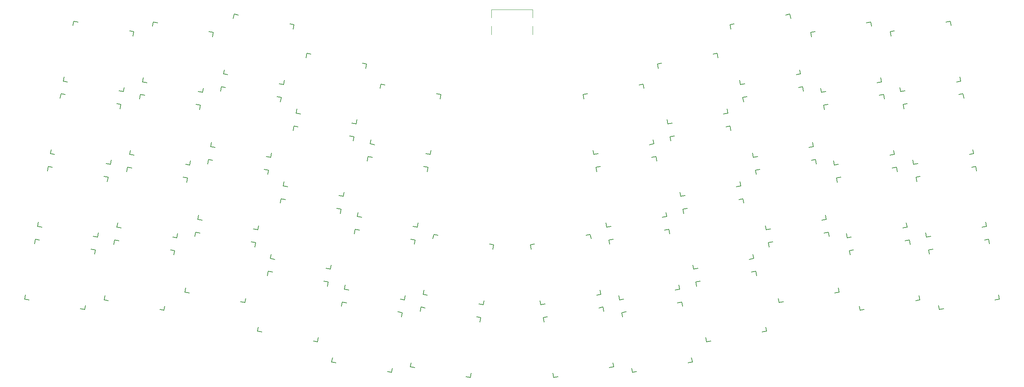
<source format=gbr>
%TF.GenerationSoftware,KiCad,Pcbnew,(5.1.10)-1*%
%TF.CreationDate,2021-10-03T17:33:34-06:00*%
%TF.ProjectId,VColMX44,56436f6c-4d58-4343-942e-6b696361645f,rev?*%
%TF.SameCoordinates,Original*%
%TF.FileFunction,Legend,Top*%
%TF.FilePolarity,Positive*%
%FSLAX46Y46*%
G04 Gerber Fmt 4.6, Leading zero omitted, Abs format (unit mm)*
G04 Created by KiCad (PCBNEW (5.1.10)-1) date 2021-10-03 17:33:34*
%MOMM*%
%LPD*%
G01*
G04 APERTURE LIST*
%ADD10C,0.120000*%
%ADD11C,0.150000*%
G04 APERTURE END LIST*
D10*
%TO.C,J1*%
X154700000Y-62000000D02*
X154700000Y-60100000D01*
X154700000Y-65900000D02*
X154700000Y-63900000D01*
X145300000Y-62000000D02*
X145300000Y-60100000D01*
X145300000Y-65900000D02*
X145300000Y-63900000D01*
X154700000Y-60100000D02*
X145300000Y-60100000D01*
D11*
%TO.C,U30*%
X189483457Y-107107691D02*
X189309808Y-106122883D01*
X191740883Y-119910192D02*
X192725691Y-119736543D01*
X190294616Y-105949235D02*
X189309808Y-106122883D01*
X191740883Y-119910192D02*
X191567235Y-118925384D01*
X205354543Y-116494309D02*
X205528192Y-117479117D01*
X205528192Y-117479117D02*
X204543384Y-117652765D01*
X204543384Y-117652765D02*
X205528192Y-117479117D01*
X203097117Y-103691808D02*
X203270765Y-104676616D01*
X203097117Y-103691808D02*
X202112309Y-103865457D01*
%TO.C,U41*%
X192435457Y-123849691D02*
X192261808Y-122864883D01*
X194692883Y-136652192D02*
X195677691Y-136478543D01*
X193246616Y-122691235D02*
X192261808Y-122864883D01*
X194692883Y-136652192D02*
X194519235Y-135667384D01*
X208306543Y-133236309D02*
X208480192Y-134221117D01*
X208480192Y-134221117D02*
X207495384Y-134394765D01*
X207495384Y-134394765D02*
X208480192Y-134221117D01*
X206049117Y-120433808D02*
X206222765Y-121418616D01*
X206049117Y-120433808D02*
X205064309Y-120607457D01*
%TO.C,U19*%
X186531457Y-90366491D02*
X186357808Y-89381683D01*
X188788883Y-103168992D02*
X189773691Y-102995343D01*
X187342616Y-89208035D02*
X186357808Y-89381683D01*
X188788883Y-103168992D02*
X188615235Y-102184184D01*
X202402543Y-99753109D02*
X202576192Y-100737917D01*
X202576192Y-100737917D02*
X201591384Y-100911565D01*
X201591384Y-100911565D02*
X202576192Y-100737917D01*
X200145117Y-86950608D02*
X200318765Y-87935416D01*
X200145117Y-86950608D02*
X199160309Y-87124257D01*
%TO.C,U8*%
X183579457Y-73624691D02*
X183405808Y-72639883D01*
X185836883Y-86427192D02*
X186821691Y-86253543D01*
X184390616Y-72466235D02*
X183405808Y-72639883D01*
X185836883Y-86427192D02*
X185663235Y-85442384D01*
X199450543Y-83011309D02*
X199624192Y-83996117D01*
X199624192Y-83996117D02*
X198639384Y-84169765D01*
X198639384Y-84169765D02*
X199624192Y-83996117D01*
X197193117Y-70208808D02*
X197366765Y-71193616D01*
X197193117Y-70208808D02*
X196208309Y-70382457D01*
%TO.C,U40*%
X175403457Y-130914691D02*
X175229808Y-129929883D01*
X177660883Y-143717192D02*
X178645691Y-143543543D01*
X176214616Y-129756235D02*
X175229808Y-129929883D01*
X177660883Y-143717192D02*
X177487235Y-142732384D01*
X191274543Y-140301309D02*
X191448192Y-141286117D01*
X191448192Y-141286117D02*
X190463384Y-141459765D01*
X190463384Y-141459765D02*
X191448192Y-141286117D01*
X189017117Y-127498808D02*
X189190765Y-128483616D01*
X189017117Y-127498808D02*
X188032309Y-127672457D01*
%TO.C,U29*%
X172451457Y-114172691D02*
X172277808Y-113187883D01*
X174708883Y-126975192D02*
X175693691Y-126801543D01*
X173262616Y-113014235D02*
X172277808Y-113187883D01*
X174708883Y-126975192D02*
X174535235Y-125990384D01*
X188322543Y-123559309D02*
X188496192Y-124544117D01*
X188496192Y-124544117D02*
X187511384Y-124717765D01*
X187511384Y-124717765D02*
X188496192Y-124544117D01*
X186065117Y-110756808D02*
X186238765Y-111741616D01*
X186065117Y-110756808D02*
X185080309Y-110930457D01*
%TO.C,U28*%
X154377457Y-115328691D02*
X154203808Y-114343883D01*
X156634883Y-128131192D02*
X157619691Y-127957543D01*
X155188616Y-114170235D02*
X154203808Y-114343883D01*
X156634883Y-128131192D02*
X156461235Y-127146384D01*
X170248543Y-124715309D02*
X170422192Y-125700117D01*
X170422192Y-125700117D02*
X169437384Y-125873765D01*
X169437384Y-125873765D02*
X170422192Y-125700117D01*
X167991117Y-111912808D02*
X168164765Y-112897616D01*
X167991117Y-111912808D02*
X167006309Y-112086457D01*
%TO.C,U39*%
X157329457Y-132070691D02*
X157155808Y-131085883D01*
X159586883Y-144873192D02*
X160571691Y-144699543D01*
X158140616Y-130912235D02*
X157155808Y-131085883D01*
X159586883Y-144873192D02*
X159413235Y-143888384D01*
X173200543Y-141457309D02*
X173374192Y-142442117D01*
X173374192Y-142442117D02*
X172389384Y-142615765D01*
X172389384Y-142615765D02*
X173374192Y-142442117D01*
X170943117Y-128654808D02*
X171116765Y-129639616D01*
X170943117Y-128654808D02*
X169958309Y-128828457D01*
%TO.C,U2*%
X67353635Y-63957516D02*
X67527283Y-62972708D01*
X65096208Y-76760017D02*
X66081016Y-76933665D01*
X68512091Y-63146357D02*
X67527283Y-62972708D01*
X65096208Y-76760017D02*
X65269857Y-75775209D01*
X79057165Y-78206284D02*
X78883517Y-79191092D01*
X78883517Y-79191092D02*
X77898709Y-79017443D01*
X77898709Y-79017443D02*
X78883517Y-79191092D01*
X81314592Y-65403783D02*
X81140943Y-66388591D01*
X81314592Y-65403783D02*
X80329784Y-65230135D01*
%TO.C,U1*%
X49106235Y-63786216D02*
X49279883Y-62801408D01*
X46848808Y-76588717D02*
X47833616Y-76762365D01*
X50264691Y-62975057D02*
X49279883Y-62801408D01*
X46848808Y-76588717D02*
X47022457Y-75603909D01*
X60809765Y-78034984D02*
X60636117Y-79019792D01*
X60636117Y-79019792D02*
X59651309Y-78846143D01*
X59651309Y-78846143D02*
X60636117Y-79019792D01*
X63067192Y-65232483D02*
X62893543Y-66217291D01*
X63067192Y-65232483D02*
X62082384Y-65058835D01*
%TO.C,U44*%
X245962457Y-116442691D02*
X245788808Y-115457883D01*
X248219883Y-129245192D02*
X249204691Y-129071543D01*
X246773616Y-115284235D02*
X245788808Y-115457883D01*
X248219883Y-129245192D02*
X248046235Y-128260384D01*
X261833543Y-125829309D02*
X262007192Y-126814117D01*
X262007192Y-126814117D02*
X261022384Y-126987765D01*
X261022384Y-126987765D02*
X262007192Y-126814117D01*
X259576117Y-113026808D02*
X259749765Y-114011616D01*
X259576117Y-113026808D02*
X258591309Y-113200457D01*
%TO.C,U43*%
X227715457Y-116613691D02*
X227541808Y-115628883D01*
X229972883Y-129416192D02*
X230957691Y-129242543D01*
X228526616Y-115455235D02*
X227541808Y-115628883D01*
X229972883Y-129416192D02*
X229799235Y-128431384D01*
X243586543Y-126000309D02*
X243760192Y-126985117D01*
X243760192Y-126985117D02*
X242775384Y-127158765D01*
X242775384Y-127158765D02*
X243760192Y-126985117D01*
X241329117Y-113197808D02*
X241502765Y-114182616D01*
X241329117Y-113197808D02*
X240344309Y-113371457D01*
%TO.C,U42*%
X209120457Y-114815691D02*
X208946808Y-113830883D01*
X211377883Y-127618192D02*
X212362691Y-127444543D01*
X209931616Y-113657235D02*
X208946808Y-113830883D01*
X211377883Y-127618192D02*
X211204235Y-126633384D01*
X224991543Y-124202309D02*
X225165192Y-125187117D01*
X225165192Y-125187117D02*
X224180384Y-125360765D01*
X224180384Y-125360765D02*
X225165192Y-125187117D01*
X222734117Y-111399808D02*
X222907765Y-112384616D01*
X222734117Y-111399808D02*
X221749309Y-111573457D01*
%TO.C,U38*%
X110809235Y-128483616D02*
X110982883Y-127498808D01*
X108551808Y-141286117D02*
X109536616Y-141459765D01*
X111967691Y-127672457D02*
X110982883Y-127498808D01*
X108551808Y-141286117D02*
X108725457Y-140301309D01*
X122512765Y-142732384D02*
X122339117Y-143717192D01*
X122339117Y-143717192D02*
X121354309Y-143543543D01*
X121354309Y-143543543D02*
X122339117Y-143717192D01*
X124770192Y-129929883D02*
X124596543Y-130914691D01*
X124770192Y-129929883D02*
X123785384Y-129756235D01*
%TO.C,U37*%
X93777035Y-121418616D02*
X93950683Y-120433808D01*
X91519608Y-134221117D02*
X92504416Y-134394765D01*
X94935491Y-120607457D02*
X93950683Y-120433808D01*
X91519608Y-134221117D02*
X91693257Y-133236309D01*
X105480565Y-135667384D02*
X105306917Y-136652192D01*
X105306917Y-136652192D02*
X104322109Y-136478543D01*
X104322109Y-136478543D02*
X105306917Y-136652192D01*
X107737992Y-122864883D02*
X107564343Y-123849691D01*
X107737992Y-122864883D02*
X106753184Y-122691235D01*
%TO.C,U36*%
X77092435Y-112384616D02*
X77266083Y-111399808D01*
X74835008Y-125187117D02*
X75819816Y-125360765D01*
X78250891Y-111573457D02*
X77266083Y-111399808D01*
X74835008Y-125187117D02*
X75008657Y-124202309D01*
X88795965Y-126633384D02*
X88622317Y-127618192D01*
X88622317Y-127618192D02*
X87637509Y-127444543D01*
X87637509Y-127444543D02*
X88622317Y-127618192D01*
X91053392Y-113830883D02*
X90879743Y-114815691D01*
X91053392Y-113830883D02*
X90068584Y-113657235D01*
%TO.C,U35*%
X58497635Y-114182616D02*
X58671283Y-113197808D01*
X56240208Y-126985117D02*
X57225016Y-127158765D01*
X59656091Y-113371457D02*
X58671283Y-113197808D01*
X56240208Y-126985117D02*
X56413857Y-126000309D01*
X70201165Y-128431384D02*
X70027517Y-129416192D01*
X70027517Y-129416192D02*
X69042709Y-129242543D01*
X69042709Y-129242543D02*
X70027517Y-129416192D01*
X72458592Y-115628883D02*
X72284943Y-116613691D01*
X72458592Y-115628883D02*
X71473784Y-115455235D01*
%TO.C,U34*%
X40250135Y-114011616D02*
X40423783Y-113026808D01*
X37992708Y-126814117D02*
X38977516Y-126987765D01*
X41408591Y-113200457D02*
X40423783Y-113026808D01*
X37992708Y-126814117D02*
X38166357Y-125829309D01*
X51953665Y-128260384D02*
X51780017Y-129245192D01*
X51780017Y-129245192D02*
X50795209Y-129071543D01*
X50795209Y-129071543D02*
X51780017Y-129245192D01*
X54211092Y-115457883D02*
X54037443Y-116442691D01*
X54211092Y-115457883D02*
X53226284Y-115284235D01*
%TO.C,U33*%
X243010457Y-99700691D02*
X242836808Y-98715883D01*
X245267883Y-112503192D02*
X246252691Y-112329543D01*
X243821616Y-98542235D02*
X242836808Y-98715883D01*
X245267883Y-112503192D02*
X245094235Y-111518384D01*
X258881543Y-109087309D02*
X259055192Y-110072117D01*
X259055192Y-110072117D02*
X258070384Y-110245765D01*
X258070384Y-110245765D02*
X259055192Y-110072117D01*
X256624117Y-96284808D02*
X256797765Y-97269616D01*
X256624117Y-96284808D02*
X255639309Y-96458457D01*
%TO.C,U32*%
X224763457Y-99871691D02*
X224589808Y-98886883D01*
X227020883Y-112674192D02*
X228005691Y-112500543D01*
X225574616Y-98713235D02*
X224589808Y-98886883D01*
X227020883Y-112674192D02*
X226847235Y-111689384D01*
X240634543Y-109258309D02*
X240808192Y-110243117D01*
X240808192Y-110243117D02*
X239823384Y-110416765D01*
X239823384Y-110416765D02*
X240808192Y-110243117D01*
X238377117Y-96455808D02*
X238550765Y-97440616D01*
X238377117Y-96455808D02*
X237392309Y-96629457D01*
%TO.C,U31*%
X206168457Y-98073691D02*
X205994808Y-97088883D01*
X208425883Y-110876192D02*
X209410691Y-110702543D01*
X206979616Y-96915235D02*
X205994808Y-97088883D01*
X208425883Y-110876192D02*
X208252235Y-109891384D01*
X222039543Y-107460309D02*
X222213192Y-108445117D01*
X222213192Y-108445117D02*
X221228384Y-108618765D01*
X221228384Y-108618765D02*
X222213192Y-108445117D01*
X219782117Y-94657808D02*
X219955765Y-95642616D01*
X219782117Y-94657808D02*
X218797309Y-94831457D01*
%TO.C,U27*%
X113761235Y-111741616D02*
X113934883Y-110756808D01*
X111503808Y-124544117D02*
X112488616Y-124717765D01*
X114919691Y-110930457D02*
X113934883Y-110756808D01*
X111503808Y-124544117D02*
X111677457Y-123559309D01*
X125464765Y-125990384D02*
X125291117Y-126975192D01*
X125291117Y-126975192D02*
X124306309Y-126801543D01*
X124306309Y-126801543D02*
X125291117Y-126975192D01*
X127722192Y-113187883D02*
X127548543Y-114172691D01*
X127722192Y-113187883D02*
X126737384Y-113014235D01*
%TO.C,U26*%
X96729235Y-104676616D02*
X96902883Y-103691808D01*
X94471808Y-117479117D02*
X95456616Y-117652765D01*
X97887691Y-103865457D02*
X96902883Y-103691808D01*
X94471808Y-117479117D02*
X94645457Y-116494309D01*
X108432765Y-118925384D02*
X108259117Y-119910192D01*
X108259117Y-119910192D02*
X107274309Y-119736543D01*
X107274309Y-119736543D02*
X108259117Y-119910192D01*
X110690192Y-106122883D02*
X110516543Y-107107691D01*
X110690192Y-106122883D02*
X109705384Y-105949235D01*
%TO.C,U25*%
X80044435Y-95642616D02*
X80218083Y-94657808D01*
X77787008Y-108445117D02*
X78771816Y-108618765D01*
X81202891Y-94831457D02*
X80218083Y-94657808D01*
X77787008Y-108445117D02*
X77960657Y-107460309D01*
X91747965Y-109891384D02*
X91574317Y-110876192D01*
X91574317Y-110876192D02*
X90589509Y-110702543D01*
X90589509Y-110702543D02*
X91574317Y-110876192D01*
X94005392Y-97088883D02*
X93831743Y-98073691D01*
X94005392Y-97088883D02*
X93020584Y-96915235D01*
%TO.C,U24*%
X61449635Y-97440616D02*
X61623283Y-96455808D01*
X59192208Y-110243117D02*
X60177016Y-110416765D01*
X62608091Y-96629457D02*
X61623283Y-96455808D01*
X59192208Y-110243117D02*
X59365857Y-109258309D01*
X73153165Y-111689384D02*
X72979517Y-112674192D01*
X72979517Y-112674192D02*
X71994709Y-112500543D01*
X71994709Y-112500543D02*
X72979517Y-112674192D01*
X75410592Y-98886883D02*
X75236943Y-99871691D01*
X75410592Y-98886883D02*
X74425784Y-98713235D01*
%TO.C,U23*%
X43202135Y-97269616D02*
X43375783Y-96284808D01*
X40944708Y-110072117D02*
X41929516Y-110245765D01*
X44360591Y-96458457D02*
X43375783Y-96284808D01*
X40944708Y-110072117D02*
X41118357Y-109087309D01*
X54905665Y-111518384D02*
X54732017Y-112503192D01*
X54732017Y-112503192D02*
X53747209Y-112329543D01*
X53747209Y-112329543D02*
X54732017Y-112503192D01*
X57163092Y-98715883D02*
X56989443Y-99700691D01*
X57163092Y-98715883D02*
X56178284Y-98542235D01*
%TO.C,U22*%
X240058457Y-82959091D02*
X239884808Y-81974283D01*
X242315883Y-95761592D02*
X243300691Y-95587943D01*
X240869616Y-81800635D02*
X239884808Y-81974283D01*
X242315883Y-95761592D02*
X242142235Y-94776784D01*
X255929543Y-92345709D02*
X256103192Y-93330517D01*
X256103192Y-93330517D02*
X255118384Y-93504165D01*
X255118384Y-93504165D02*
X256103192Y-93330517D01*
X253672117Y-79543208D02*
X253845765Y-80528016D01*
X253672117Y-79543208D02*
X252687309Y-79716857D01*
%TO.C,U21*%
X221811457Y-83130291D02*
X221637808Y-82145483D01*
X224068883Y-95932792D02*
X225053691Y-95759143D01*
X222622616Y-81971835D02*
X221637808Y-82145483D01*
X224068883Y-95932792D02*
X223895235Y-94947984D01*
X237682543Y-92516909D02*
X237856192Y-93501717D01*
X237856192Y-93501717D02*
X236871384Y-93675365D01*
X236871384Y-93675365D02*
X237856192Y-93501717D01*
X235425117Y-79714408D02*
X235598765Y-80699216D01*
X235425117Y-79714408D02*
X234440309Y-79888057D01*
%TO.C,U20*%
X203216457Y-81331991D02*
X203042808Y-80347183D01*
X205473883Y-94134492D02*
X206458691Y-93960843D01*
X204027616Y-80173535D02*
X203042808Y-80347183D01*
X205473883Y-94134492D02*
X205300235Y-93149684D01*
X219087543Y-90718609D02*
X219261192Y-91703417D01*
X219261192Y-91703417D02*
X218276384Y-91877065D01*
X218276384Y-91877065D02*
X219261192Y-91703417D01*
X216830117Y-77916108D02*
X217003765Y-78900916D01*
X216830117Y-77916108D02*
X215845309Y-78089757D01*
%TO.C,U18*%
X169499457Y-97431691D02*
X169325808Y-96446883D01*
X171756883Y-110234192D02*
X172741691Y-110060543D01*
X170310616Y-96273235D02*
X169325808Y-96446883D01*
X171756883Y-110234192D02*
X171583235Y-109249384D01*
X185370543Y-106818309D02*
X185544192Y-107803117D01*
X185544192Y-107803117D02*
X184559384Y-107976765D01*
X184559384Y-107976765D02*
X185544192Y-107803117D01*
X183113117Y-94015808D02*
X183286765Y-95000616D01*
X183113117Y-94015808D02*
X182128309Y-94189457D01*
%TO.C,U17*%
X128883235Y-129639616D02*
X129056883Y-128654808D01*
X126625808Y-142442117D02*
X127610616Y-142615765D01*
X130041691Y-128828457D02*
X129056883Y-128654808D01*
X126625808Y-142442117D02*
X126799457Y-141457309D01*
X140586765Y-143888384D02*
X140413117Y-144873192D01*
X140413117Y-144873192D02*
X139428309Y-144699543D01*
X139428309Y-144699543D02*
X140413117Y-144873192D01*
X142844192Y-131085883D02*
X142670543Y-132070691D01*
X142844192Y-131085883D02*
X141859384Y-130912235D01*
%TO.C,U16*%
X116713235Y-95000616D02*
X116886883Y-94015808D01*
X114455808Y-107803117D02*
X115440616Y-107976765D01*
X117871691Y-94189457D02*
X116886883Y-94015808D01*
X114455808Y-107803117D02*
X114629457Y-106818309D01*
X128416765Y-109249384D02*
X128243117Y-110234192D01*
X128243117Y-110234192D02*
X127258309Y-110060543D01*
X127258309Y-110060543D02*
X128243117Y-110234192D01*
X130674192Y-96446883D02*
X130500543Y-97431691D01*
X130674192Y-96446883D02*
X129689384Y-96273235D01*
%TO.C,U15*%
X99681235Y-87935416D02*
X99854883Y-86950608D01*
X97423808Y-100737917D02*
X98408616Y-100911565D01*
X100839691Y-87124257D02*
X99854883Y-86950608D01*
X97423808Y-100737917D02*
X97597457Y-99753109D01*
X111384765Y-102184184D02*
X111211117Y-103168992D01*
X111211117Y-103168992D02*
X110226309Y-102995343D01*
X110226309Y-102995343D02*
X111211117Y-103168992D01*
X113642192Y-89381683D02*
X113468543Y-90366491D01*
X113642192Y-89381683D02*
X112657384Y-89208035D01*
%TO.C,U14*%
X82996435Y-78900916D02*
X83170083Y-77916108D01*
X80739008Y-91703417D02*
X81723816Y-91877065D01*
X84154891Y-78089757D02*
X83170083Y-77916108D01*
X80739008Y-91703417D02*
X80912657Y-90718609D01*
X94699965Y-93149684D02*
X94526317Y-94134492D01*
X94526317Y-94134492D02*
X93541509Y-93960843D01*
X93541509Y-93960843D02*
X94526317Y-94134492D01*
X96957392Y-80347183D02*
X96783743Y-81331991D01*
X96957392Y-80347183D02*
X95972584Y-80173535D01*
%TO.C,U13*%
X64401635Y-80699216D02*
X64575283Y-79714408D01*
X62144208Y-93501717D02*
X63129016Y-93675365D01*
X65560091Y-79888057D02*
X64575283Y-79714408D01*
X62144208Y-93501717D02*
X62317857Y-92516909D01*
X76105165Y-94947984D02*
X75931517Y-95932792D01*
X75931517Y-95932792D02*
X74946709Y-95759143D01*
X74946709Y-95759143D02*
X75931517Y-95932792D01*
X78362592Y-82145483D02*
X78188943Y-83130291D01*
X78362592Y-82145483D02*
X77377784Y-81971835D01*
%TO.C,U12*%
X46154135Y-80528016D02*
X46327783Y-79543208D01*
X43896708Y-93330517D02*
X44881516Y-93504165D01*
X47312591Y-79716857D02*
X46327783Y-79543208D01*
X43896708Y-93330517D02*
X44070357Y-92345709D01*
X57857665Y-94776784D02*
X57684017Y-95761592D01*
X57684017Y-95761592D02*
X56699209Y-95587943D01*
X56699209Y-95587943D02*
X57684017Y-95761592D01*
X60115092Y-81974283D02*
X59941443Y-82959091D01*
X60115092Y-81974283D02*
X59130284Y-81800635D01*
%TO.C,U11*%
X237106457Y-66217291D02*
X236932808Y-65232483D01*
X239363883Y-79019792D02*
X240348691Y-78846143D01*
X237917616Y-65058835D02*
X236932808Y-65232483D01*
X239363883Y-79019792D02*
X239190235Y-78034984D01*
X252977543Y-75603909D02*
X253151192Y-76588717D01*
X253151192Y-76588717D02*
X252166384Y-76762365D01*
X252166384Y-76762365D02*
X253151192Y-76588717D01*
X250720117Y-62801408D02*
X250893765Y-63786216D01*
X250720117Y-62801408D02*
X249735309Y-62975057D01*
%TO.C,U10*%
X218859457Y-66388591D02*
X218685808Y-65403783D01*
X221116883Y-79191092D02*
X222101691Y-79017443D01*
X219670616Y-65230135D02*
X218685808Y-65403783D01*
X221116883Y-79191092D02*
X220943235Y-78206284D01*
X234730543Y-75775209D02*
X234904192Y-76760017D01*
X234904192Y-76760017D02*
X233919384Y-76933665D01*
X233919384Y-76933665D02*
X234904192Y-76760017D01*
X232473117Y-62972708D02*
X232646765Y-63957516D01*
X232473117Y-62972708D02*
X231488309Y-63146357D01*
%TO.C,U9*%
X200264457Y-64590191D02*
X200090808Y-63605383D01*
X202521883Y-77392692D02*
X203506691Y-77219043D01*
X201075616Y-63431735D02*
X200090808Y-63605383D01*
X202521883Y-77392692D02*
X202348235Y-76407884D01*
X216135543Y-73976809D02*
X216309192Y-74961617D01*
X216309192Y-74961617D02*
X215324384Y-75135265D01*
X215324384Y-75135265D02*
X216309192Y-74961617D01*
X213878117Y-61174308D02*
X214051765Y-62159116D01*
X213878117Y-61174308D02*
X212893309Y-61347957D01*
%TO.C,U7*%
X166547457Y-80689591D02*
X166373808Y-79704783D01*
X168804883Y-93492092D02*
X169789691Y-93318443D01*
X167358616Y-79531135D02*
X166373808Y-79704783D01*
X168804883Y-93492092D02*
X168631235Y-92507284D01*
X182418543Y-90076209D02*
X182592192Y-91061017D01*
X182592192Y-91061017D02*
X181607384Y-91234665D01*
X181607384Y-91234665D02*
X182592192Y-91061017D01*
X180161117Y-77273708D02*
X180334765Y-78258516D01*
X180161117Y-77273708D02*
X179176309Y-77447357D01*
%TO.C,U6*%
X131835235Y-112897616D02*
X132008883Y-111912808D01*
X129577808Y-125700117D02*
X130562616Y-125873765D01*
X132993691Y-112086457D02*
X132008883Y-111912808D01*
X129577808Y-125700117D02*
X129751457Y-124715309D01*
X143538765Y-127146384D02*
X143365117Y-128131192D01*
X143365117Y-128131192D02*
X142380309Y-127957543D01*
X142380309Y-127957543D02*
X143365117Y-128131192D01*
X145796192Y-114343883D02*
X145622543Y-115328691D01*
X145796192Y-114343883D02*
X144811384Y-114170235D01*
%TO.C,U5*%
X119665235Y-78258516D02*
X119838883Y-77273708D01*
X117407808Y-91061017D02*
X118392616Y-91234665D01*
X120823691Y-77447357D02*
X119838883Y-77273708D01*
X117407808Y-91061017D02*
X117581457Y-90076209D01*
X131368765Y-92507284D02*
X131195117Y-93492092D01*
X131195117Y-93492092D02*
X130210309Y-93318443D01*
X130210309Y-93318443D02*
X131195117Y-93492092D01*
X133626192Y-79704783D02*
X133452543Y-80689591D01*
X133626192Y-79704783D02*
X132641384Y-79531135D01*
%TO.C,U4*%
X102633235Y-71193616D02*
X102806883Y-70208808D01*
X100375808Y-83996117D02*
X101360616Y-84169765D01*
X103791691Y-70382457D02*
X102806883Y-70208808D01*
X100375808Y-83996117D02*
X100549457Y-83011309D01*
X114336765Y-85442384D02*
X114163117Y-86427192D01*
X114163117Y-86427192D02*
X113178309Y-86253543D01*
X113178309Y-86253543D02*
X114163117Y-86427192D01*
X116594192Y-72639883D02*
X116420543Y-73624691D01*
X116594192Y-72639883D02*
X115609384Y-72466235D01*
%TO.C,U3*%
X85948435Y-62159116D02*
X86122083Y-61174308D01*
X83691008Y-74961617D02*
X84675816Y-75135265D01*
X87106891Y-61347957D02*
X86122083Y-61174308D01*
X83691008Y-74961617D02*
X83864657Y-73976809D01*
X97651965Y-76407884D02*
X97478317Y-77392692D01*
X97478317Y-77392692D02*
X96493509Y-77219043D01*
X96493509Y-77219043D02*
X97478317Y-77392692D01*
X99909392Y-63605383D02*
X99735743Y-64590191D01*
X99909392Y-63605383D02*
X98924584Y-63431735D01*
%TD*%
M02*

</source>
